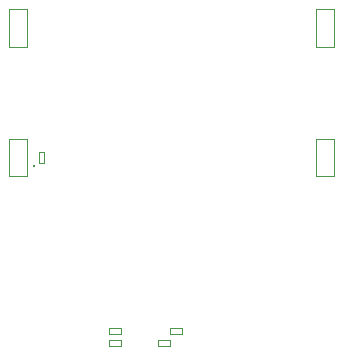
<source format=gm1>
G04*
G04 #@! TF.GenerationSoftware,Altium Limited,Altium Designer,24.10.1 (45)*
G04*
G04 Layer_Color=16711935*
%FSLAX25Y25*%
%MOIN*%
G70*
G04*
G04 #@! TF.SameCoordinates,F1BA22F4-9FB4-4C3A-9B32-68D4286BD9C5*
G04*
G04*
G04 #@! TF.FilePolarity,Positive*
G04*
G01*
G75*
%ADD11C,0.00394*%
%ADD80C,0.00787*%
D11*
X66535Y8071D02*
Y10039D01*
X70472Y8071D02*
Y10039D01*
X66535D02*
X70472D01*
X66535Y8071D02*
X70472D01*
X70472Y12008D02*
Y13976D01*
X74409Y12008D02*
Y13976D01*
X70472D02*
X74409D01*
X70472Y12008D02*
X74409D01*
X54134D02*
Y13976D01*
X50197Y12008D02*
Y13976D01*
Y12008D02*
X54134D01*
X50197Y13976D02*
X54134D01*
X50197Y10039D02*
X54134D01*
X50197Y8071D02*
X54134D01*
X50197D02*
Y10039D01*
X54134Y8071D02*
Y10039D01*
X28543Y68898D02*
Y72835D01*
X26575Y68898D02*
Y72835D01*
X28543D01*
X26575Y68898D02*
X28543D01*
X16634Y77165D02*
X22736D01*
X16634Y64567D02*
X22736D01*
Y77165D01*
X16634Y64567D02*
Y77165D01*
Y120473D02*
X22736D01*
X16634Y107874D02*
X22736D01*
Y120473D01*
X16634Y107874D02*
Y120473D01*
X118996D02*
X125098D01*
X118996Y107874D02*
X125098D01*
Y120473D01*
X118996Y107874D02*
Y120473D01*
Y77165D02*
X125098D01*
X118996Y64567D02*
X125098D01*
Y77165D01*
X118996Y64567D02*
Y77165D01*
D80*
X25197Y68110D02*
D03*
M02*

</source>
